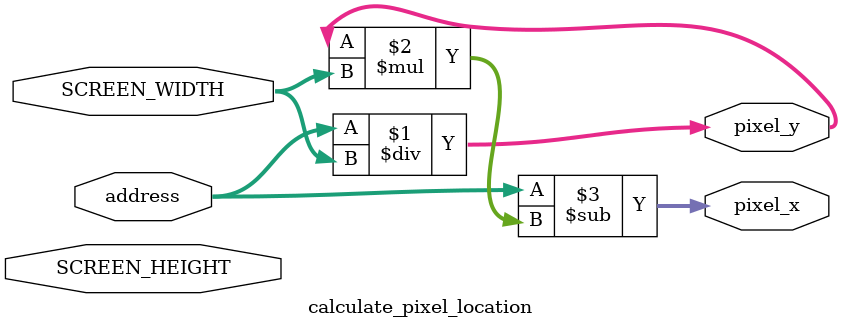
<source format=v>
module index_identifier_background_two_matrices(address, p1_arrow_array, p2_arrow_array, p1_indicator, p2_indicator, clock, index);
	input [18:0] address;
	input [77:0] p1_arrow_array, p2_arrow_array; // 3*26 = 78 indices
	input [1:0] p1_indicator, p2_indicator;
	input clock;
	output [7:0] index;
	
	// wires needed for images address and indexing
	wire [18:0] background_addr, image_addr;
	wire [23:0] background_index, arrow_up_data_index, arrow_down_data_index, arrow_left_data_index, arrow_right_data_index, shakeyshake_data_index;
	
	wire [7:0] arrow_up_data_index_un_extended;
	
	// blocks needed for images
	background_data	background_data_inst (
	.address ( background_addr[18:0] ),
	.clock ( clock ),
	.q ( background_index )
	);
	arrow_up_img_data	arrow_up_data_inst (
	.address ( image_addr[18:0] ),
	.clock ( clock ),
	.q ( arrow_up_data_index )
	);
	arrow_down_img_data	arrow_down_data_inst (
	.address ( image_addr[18:0] ),
	.clock ( clock ),
	.q ( arrow_down_data_index )
	);
	arrow_left_img_data	arrow_left_data_inst (
	.address ( image_addr[18:0] ),
	.clock ( clock ),
	.q ( arrow_left_data_index )
	);
	arrow_right_img_data	arrow_right_data_inst (
	.address ( image_addr[18:0] ),
	.clock ( clock ),
	.q ( arrow_right_data_index )
	);	
	shakeyShake_img_data	shakeyshake_data_inst (
	.address ( image_addr[18:0] ),
	.clock ( clock ),
	.q ( shakeyshake_data_index )
	);
	

	// transform array to matrix 
	wire [2:0] arrow_matrix1 [25:0];
	assign arrow_matrix1[0] = p1_arrow_array[2:0];
	assign arrow_matrix1[1] = p1_arrow_array[5:3];
	assign arrow_matrix1[2] = p1_arrow_array[8:6];
	assign arrow_matrix1[3] = p1_arrow_array[11:9];
	assign arrow_matrix1[4] = p1_arrow_array[14:12];
	assign arrow_matrix1[5] = p1_arrow_array[17:15];
	assign arrow_matrix1[6] = p1_arrow_array[20:18];
	assign arrow_matrix1[7] = p1_arrow_array[23:21];
	assign arrow_matrix1[8] = p1_arrow_array[26:24];
	assign arrow_matrix1[9] = p1_arrow_array[29:27];
	assign arrow_matrix1[10] = p1_arrow_array[32:30];
	assign arrow_matrix1[11] = p1_arrow_array[35:33];
	assign arrow_matrix1[12] = p1_arrow_array[38:36];
	assign arrow_matrix1[13] = p1_arrow_array[41:39];
	assign arrow_matrix1[14] = p1_arrow_array[44:42];
	assign arrow_matrix1[15] = p1_arrow_array[47:45];
	assign arrow_matrix1[16] = p1_arrow_array[50:48];
	assign arrow_matrix1[17] = p1_arrow_array[53:51];
	assign arrow_matrix1[18] = p1_arrow_array[56:54];
	assign arrow_matrix1[19] = p1_arrow_array[59:57];
	assign arrow_matrix1[20] = p1_arrow_array[62:60];
	assign arrow_matrix1[21] = p1_arrow_array[65:63];
	assign arrow_matrix1[22] = p1_arrow_array[68:66];
	assign arrow_matrix1[23] = p1_arrow_array[71:69];
	assign arrow_matrix1[24] = p1_arrow_array[74:72];
	assign arrow_matrix1[25] = p1_arrow_array[77:75];

	// transform array to matrix 
	wire [2:0] arrow_matrix2 [25:0];
	assign arrow_matrix2[0] = p2_arrow_array[2:0];
	assign arrow_matrix2[1] = p2_arrow_array[5:3];
	assign arrow_matrix2[2] = p2_arrow_array[8:6];
	assign arrow_matrix2[3] = p2_arrow_array[11:9];
	assign arrow_matrix2[4] = p2_arrow_array[14:12];
	assign arrow_matrix2[5] = p2_arrow_array[17:15];
	assign arrow_matrix2[6] = p2_arrow_array[20:18];
	assign arrow_matrix2[7] = p2_arrow_array[23:21];
	assign arrow_matrix2[8] = p2_arrow_array[26:24];
	assign arrow_matrix2[9] = p2_arrow_array[29:27];
	assign arrow_matrix2[10] = p2_arrow_array[32:30];
	assign arrow_matrix2[11] = p2_arrow_array[35:33];
	assign arrow_matrix2[12] = p2_arrow_array[38:36];
	assign arrow_matrix2[13] = p2_arrow_array[41:39];
	assign arrow_matrix2[14] = p2_arrow_array[44:42];
	assign arrow_matrix2[15] = p2_arrow_array[47:45];
	assign arrow_matrix2[16] = p2_arrow_array[50:48];
	assign arrow_matrix2[17] = p2_arrow_array[53:51];
	assign arrow_matrix2[18] = p2_arrow_array[56:54];
	assign arrow_matrix2[19] = p2_arrow_array[59:57];
	assign arrow_matrix2[20] = p2_arrow_array[62:60];
	assign arrow_matrix2[21] = p2_arrow_array[65:63];
	assign arrow_matrix2[22] = p2_arrow_array[68:66];
	assign arrow_matrix2[23] = p2_arrow_array[71:69];
	assign arrow_matrix2[24] = p2_arrow_array[74:72];
	assign arrow_matrix2[25] = p2_arrow_array[77:75];

	// colors for use TODO: input proper colors to these indices
	wire [7:0] excellent_index, good_index, bad_index, left_index, right_index, up_index, down_index, shakeyshake_index, default_index;
	assign excellent_index = 8'h0da; // green
	assign good_index = 8'h0db; // yellow
	assign bad_index = 8'h0d9; // red                                    
	assign default_index = 8'h0dc; //f0e7df

	// hard coded constants that can be changed
	wire [18:0] SCREEN_WIDTH, SCREEN_HEIGHT, PLAY_HEIGHT, PLAYER_BORDER, LANE_WIDTH, LANE_HEIGHT, STATE_HEIGHT, INDICATOR_PANEL_HEIGHT;
	assign SCREEN_WIDTH = 19'd640;
	assign SCREEN_HEIGHT = 19'd480;
	assign PLAYER_BORDER = 19'd320; //SCREEN_WIDTH/2
	assign LANE_WIDTH = 19'd64; //SCREEN_WIDTH/10
	assign LANE_HEIGHT = 19'd64; //LANE_WIDTH
	assign STATE_HEIGHT = 19'd16; //LANE_WIDTH/4
	assign INDICATOR_PANEL_HEIGHT = 19'd48; //SCREEN_HEIGHT-PLAY_HEIGHT;

	// check which pixel location the address falls into
	wire [18:0] pixel_x, pixel_y;
	calculate_pixel_location my_pixel_location(pixel_x, pixel_y, address, SCREEN_HEIGHT, SCREEN_WIDTH);

	// assign address to a range 
	wire in_arrow_range, in_indicator_range, in_arrow_block_range, in_p1_range, in_p2_range, in_p1_arrow_range, in_p2_arrow_range, in_p1_indicator_range, in_p2_indicator_range;
	assign in_arrow_range = pixel_y < (SCREEN_HEIGHT - INDICATOR_PANEL_HEIGHT);
	assign in_arrow_block_range = ((SCREEN_HEIGHT - INDICATOR_PANEL_HEIGHT - LANE_HEIGHT) < pixel_y) & ( pixel_y < (SCREEN_HEIGHT - INDICATOR_PANEL_HEIGHT));
	assign in_indicator_range = (pixel_y > (SCREEN_HEIGHT - INDICATOR_PANEL_HEIGHT));
	assign in_p1_range = (pixel_x < PLAYER_BORDER);
	assign in_p2_range = (pixel_x > PLAYER_BORDER);
	assign in_p1_arrow_range = (in_arrow_range) & (in_p1_range);
	assign in_p2_arrow_range = (in_arrow_range) & (in_p2_range);
	assign in_p1_indicator_range = (in_indicator_range) & (in_p1_range); 
	assign in_p2_indicator_range = (in_indicator_range) & (in_p2_range); 

	// distance of pixel from player edge
	wire [18:0] diff_x, diff_x_p1, diff_x_p2;
	assign diff_x_p1 = pixel_x;
	assign diff_x_p2 = pixel_x - PLAYER_BORDER;
	assign diff_x = in_p1_range ? diff_x_p1 : diff_x_p2;
	
	// assign lane type that address falls into
	wire in_shake_range, in_left_range, in_up_range, in_down_range, in_right_range;
	assign in_shake_range = (diff_x<64);
	assign in_left_range = (64<=diff_x)&(diff_x<128);
	assign in_up_range = (128<=diff_x)&(diff_x<192);
	assign in_down_range = (192<=diff_x)&(diff_x<256);
	assign in_right_range = (256<=diff_x)&(diff_x<320);

	//up 001, left 010, down 011, right 100, shakeyShake 110
	wire [2:0] lane_type0,lane_type1,lane_type2,lane_type3,lane_type;
	assign lane_type0 = in_shake_range ? 3'b101 : 3'b000;
	assign lane_type1 = in_left_range ? 3'b010 : lane_type0;
	assign lane_type2 = in_right_range ? 3'b100 : lane_type1;
	assign lane_type3 = in_up_range ? 3'b001 : lane_type2;
	assign lane_type = in_down_range ? 3'b011 : lane_type3;

	// -- choose index in p1 indicator range -- //
	
	wire [7:0] p1_indicator_index;
	select_indicator_index p1_indicator_selector(p1_indicator, p1_indicator_index, excellent_index, good_index, bad_index, default_index);

	// -- choose index in p2 indicator range -- //
	
	wire [7:0] p2_indicator_index;
	select_indicator_index p2_indicator_selector(p2_indicator, p2_indicator_index, excellent_index, good_index, bad_index, default_index);
	
	// -- choose index for background range -- //

	// calculate the address to draw from 
	assign background_addr = address; //** pretty sure this will work?

	// -- choose index in arrow range -- //
	
	wire [7:0] arrow_range_index;

	// figure out which state slot you're in
	wire [18:0] N;
	assign N = pixel_y/STATE_HEIGHT;
	
	// figure out which indices to pull arrow values from
	wire [18:0] arrow_3_N_index, arrow_2_N_index, arrow_1_N_index, arrow_0_N_index;
	assign arrow_0_N_index = N;
	assign arrow_1_N_index = N-19'd1;
	assign arrow_2_N_index = N-19'd2;
	assign arrow_3_N_index = N-19'd3;

	// check to see if the index is valid
	wire arrow_index_0_valid, arrow_index_1_valid, arrow_index_2_valid, arrow_index_3_valid;
	assign arrow_index_0_valid = (arrow_0_N_index < 19'd77) & (arrow_0_N_index >= 19'd0);
	assign arrow_index_1_valid = (arrow_1_N_index < 19'd77) & (arrow_1_N_index >= 19'd0);
	assign arrow_index_2_valid = (arrow_2_N_index < 19'd77) & (arrow_2_N_index >= 19'd0);
	assign arrow_index_3_valid = (arrow_3_N_index < 19'd77) & (arrow_3_N_index >= 19'd0);

	// if the state index is valid, use that. otherwise, use 0 to not cause an error in indexing matrix
	wire [18:0] arrow_0_index, arrow_1_index, arrow_2_index, arrow_3_index;
	assign arrow_0_index = arrow_index_0_valid ? arrow_0_N_index : 19'd0;
	assign arrow_1_index = arrow_index_1_valid ? arrow_1_N_index : 19'd0;
	assign arrow_2_index = arrow_index_2_valid ? arrow_2_N_index : 19'd0;
	assign arrow_3_index = arrow_index_3_valid ? arrow_3_N_index : 19'd0;

	// finally, retrieve your arrow values from matrix 1
	wire [2:0] arrow_0_m1_value, arrow_1_m1_value, arrow_2_m1_value, arrow_3_m1_value;
	assign arrow_0_m1_value = arrow_matrix1[arrow_0_index];
	assign arrow_1_m1_value = arrow_matrix1[arrow_1_index];
	assign arrow_2_m1_value = arrow_matrix1[arrow_2_index];
	assign arrow_3_m1_value = arrow_matrix1[arrow_3_index];

	// now from matrix 2
	wire [2:0] arrow_0_m2_value, arrow_1_m2_value, arrow_2_m2_value, arrow_3_m2_value;
	assign arrow_0_m2_value = arrow_matrix2[arrow_0_index];
	assign arrow_1_m2_value = arrow_matrix2[arrow_1_index];
	assign arrow_2_m2_value = arrow_matrix2[arrow_2_index];
	assign arrow_3_m2_value = arrow_matrix2[arrow_3_index];

	// choose which value you are actually going to use
	wire [2:0] arrow_0_value, arrow_1_value, arrow_2_value, arrow_3_value;
	assign arrow_0_value = in_p1_range ? arrow_0_m1_value : arrow_0_m2_value;
	assign arrow_1_value = in_p1_range ? arrow_1_m1_value : arrow_1_m2_value;
	assign arrow_2_value = in_p1_range ? arrow_2_m1_value : arrow_2_m2_value;
	assign arrow_3_value = in_p1_range ? arrow_3_m1_value : arrow_3_m2_value;

	// if any of these values matches your index and is valid
	wire arrow_0_present, arrow_1_present, arrow_2_present, arrow_3_present;
	assign arrow_0_present = ((arrow_0_value==lane_type)&(arrow_index_0_valid));
	assign arrow_1_present = ((arrow_1_value==lane_type)&(arrow_index_1_valid));
	assign arrow_2_present = ((arrow_2_value==lane_type)&(arrow_index_2_valid));
	assign arrow_3_present = ((arrow_3_value==lane_type)&(arrow_index_3_valid));
	
	wire arrow_present;
	assign arrow_present = arrow_0_present | arrow_1_present | arrow_2_present | arrow_3_present;
	
	// now calculate the pixel_x and pixel_y value for each potentially visible state
	wire [18:0] arrow_pixel_x, arrow_pixel_y;

	wire [18:0] lane_number,lane_number0,lane_number1,lane_number2,lane_number3;
	assign lane_number0 = in_shake_range ? 19'd0 : 19'd999;
	assign lane_number1 = in_left_range ? 19'd1 : lane_number0;
	assign lane_number2 = in_up_range ? 19'd2 : lane_number1;
	assign lane_number3 = in_down_range ? 19'd3 : lane_number2;
	assign lane_number = in_right_range ? 19'd4 : lane_number3;

	assign arrow_pixel_x = diff_x - LANE_WIDTH*lane_number;

	wire [18:0] arrow_pixel_y0,arrow_pixel_y1,arrow_pixel_y2,arrow_pixel_y3;
	assign arrow_pixel_y3 = arrow_3_present ? (STATE_HEIGHT*(N-19'd3)) : 19'd999; // last choice
	assign arrow_pixel_y2 = arrow_2_present ? (STATE_HEIGHT*(N-19'd2)) : arrow_pixel_y3;
	assign arrow_pixel_y1 = arrow_1_present ? (STATE_HEIGHT*(N-19'd1)) : arrow_pixel_y2;
	assign arrow_pixel_y0 = arrow_0_present ? (STATE_HEIGHT*N) : arrow_pixel_y1; // first choice

	assign arrow_pixel_y = pixel_y - arrow_pixel_y0;

	// calculate address to pull
	assign image_addr = arrow_pixel_x + arrow_pixel_y*LANE_HEIGHT;

	// now choose which of the image indices to set as your final index - if no arrow present, use background_index
	wire [7:0] arrow_range_index0, arrow_range_index1, arrow_range_index2, arrow_range_index3, arrow_range_index4;
	assign arrow_range_index0 = (arrow_present & in_shake_range) ? shakeyshake_data_index[7:0] : background_index;
	assign arrow_range_index1 = (arrow_present & in_left_range) ? arrow_left_data_index[7:0] : arrow_range_index0;
	assign arrow_range_index2 = (arrow_present & in_up_range) ? arrow_up_data_index[7:0] : arrow_range_index1;
	assign arrow_range_index3 = (arrow_present & in_down_range) ? arrow_down_data_index[7:0] : arrow_range_index2;
	assign arrow_range_index4 = (arrow_present & in_right_range) ? arrow_right_data_index[7:0] : arrow_range_index3;

	// check if arrow range index is 'clear' (aka black) - if it is, show background
	wire arrow_pixel_clear;
	assign arrow_pixel_clear = arrow_range_index4 == 8'd0;
	assign arrow_range_index = arrow_pixel_clear ? background_index : arrow_range_index4;

	// -- now choose which of the selected indexes to use -- //
	wire [7:0] index0, index1;
	assign index0 = in_p1_indicator_range ? p1_indicator_index : background_index;
	assign index1 = in_p2_indicator_range ? p2_indicator_index : index0;
	assign index = in_arrow_range ? arrow_range_index : index1;

endmodule

module select_indicator_index(indicator, indicator_index, excellent_index, good_index, bad_index, default_index);
	input [1:0] indicator;
	input [7:0] excellent_index, good_index, bad_index, default_index;
	output [7:0] indicator_index;

	// check whether each category is true
	wire is_excellent, is_good, is_bad;
	assign is_excellent = indicator == 2'b11;
	assign is_good = indicator == 2'b10;
	assign is_bad = indicator == 2'b01;

	// assign index 
	wire [7:0] index0, index1, index2;
	assign index0 = is_excellent ? excellent_index : default_index;
	assign index1 = is_good ? good_index : index0;
	assign indicator_index = is_bad ? bad_index : index1;

endmodule

module calculate_pixel_location(pixel_x, pixel_y, address, SCREEN_HEIGHT, SCREEN_WIDTH);
	input [18:0] SCREEN_HEIGHT, SCREEN_WIDTH, address;
	output [18:0] pixel_x, pixel_y;

	assign pixel_y = address/SCREEN_WIDTH; // some function of the address
	assign pixel_x = address-pixel_y*SCREEN_WIDTH; // some function of the address //TODO:see if you can do this all on one line or not 
	
endmodule
</source>
